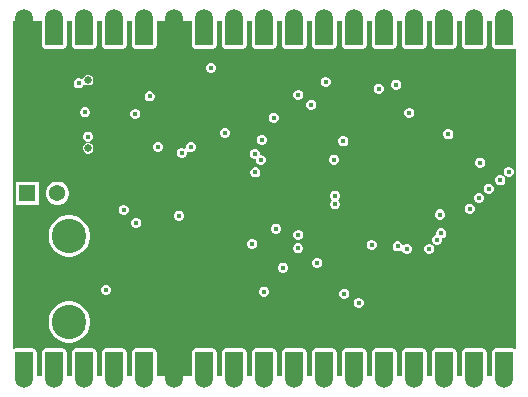
<source format=gbr>
%TF.GenerationSoftware,Altium Limited,Altium Designer,24.10.1 (45)*%
G04 Layer_Physical_Order=2*
G04 Layer_Color=36540*
%FSLAX45Y45*%
%MOMM*%
%TF.SameCoordinates,D2505BA3-E522-476C-ACF0-F4815D070146*%
%TF.FilePolarity,Positive*%
%TF.FileFunction,Copper,L2,Inr,Signal*%
%TF.Part,Single*%
G01*
G75*
%TA.AperFunction,ComponentPad*%
G04:AMPARAMS|DCode=42|XSize=1.8mm|YSize=1mm|CornerRadius=0.25mm|HoleSize=0mm|Usage=FLASHONLY|Rotation=0.000|XOffset=0mm|YOffset=0mm|HoleType=Round|Shape=RoundedRectangle|*
%AMROUNDEDRECTD42*
21,1,1.80000,0.50000,0,0,0.0*
21,1,1.30000,1.00000,0,0,0.0*
1,1,0.50000,0.65000,-0.25000*
1,1,0.50000,-0.65000,-0.25000*
1,1,0.50000,-0.65000,0.25000*
1,1,0.50000,0.65000,0.25000*
%
%ADD42ROUNDEDRECTD42*%
%ADD43O,2.10000X1.00000*%
%ADD44C,0.65000*%
%AMCUSTOMSHAPE45*
4,1,7,0.75000,0.75000,0.75000,0.00000,0.75000,-1.50000,0.75000,-1.50000,-0.75000,-1.50000,-0.75000,0.75000,-0.75000,0.75000,0.75000,0.75000,0.0*%
%ADD45CUSTOMSHAPE45*%

%AMCUSTOMSHAPE46*
4,1,7,-0.75000,-0.75000,-0.75000,0.00000,-0.75000,1.50000,-0.75000,1.50000,0.75000,1.50000,0.75000,-0.75000,0.75000,-0.75000,-0.75000,-0.75000,0.0*%
%ADD46CUSTOMSHAPE46*%

%ADD47C,1.37000*%
%ADD48R,1.37000X1.37000*%
%ADD49C,2.91000*%
%TA.AperFunction,ViaPad*%
%ADD50C,0.45000*%
%ADD51C,1.50000*%
G36*
X4076412Y2900000D02*
Y2825000D01*
X4078741Y2813294D01*
X4085371Y2803371D01*
X4095295Y2796740D01*
X4107000Y2794412D01*
X4257000D01*
X4266909Y2796383D01*
X4271809Y2794467D01*
X4279609Y2788752D01*
Y261248D01*
X4271809Y255533D01*
X4266909Y253617D01*
X4257000Y255588D01*
X4107000D01*
X4095295Y253259D01*
X4085371Y246629D01*
X4078741Y236705D01*
X4076412Y225000D01*
Y20391D01*
X4033588D01*
X4033588Y150000D01*
Y225000D01*
X4031259Y236705D01*
X4024629Y246629D01*
X4014705Y253259D01*
X4003000Y255588D01*
X3853000D01*
X3841295Y253259D01*
X3831371Y246629D01*
X3824741Y236705D01*
X3822412Y225000D01*
Y20391D01*
X3779588D01*
X3779588Y150000D01*
Y225000D01*
X3777259Y236705D01*
X3770629Y246629D01*
X3760705Y253259D01*
X3749000Y255588D01*
X3599000D01*
X3587295Y253259D01*
X3577371Y246629D01*
X3570741Y236705D01*
X3568412Y225000D01*
Y20391D01*
X3525588D01*
X3525588Y150000D01*
Y225000D01*
X3523259Y236705D01*
X3516629Y246629D01*
X3506705Y253259D01*
X3495000Y255588D01*
X3345000D01*
X3333295Y253259D01*
X3323371Y246629D01*
X3316741Y236705D01*
X3314412Y225000D01*
Y20391D01*
X3271588D01*
X3271588Y150000D01*
Y225000D01*
X3269259Y236705D01*
X3262629Y246629D01*
X3252705Y253259D01*
X3241000Y255588D01*
X3091000D01*
X3079295Y253259D01*
X3069371Y246629D01*
X3062741Y236705D01*
X3060412Y225000D01*
Y20391D01*
X3017588D01*
X3017588Y150000D01*
Y225000D01*
X3015259Y236705D01*
X3008629Y246629D01*
X2998705Y253259D01*
X2987000Y255588D01*
X2837000D01*
X2825295Y253259D01*
X2815371Y246629D01*
X2808741Y236705D01*
X2806412Y225000D01*
Y20391D01*
X2763588D01*
X2763588Y150000D01*
Y225000D01*
X2761259Y236705D01*
X2754629Y246629D01*
X2744705Y253259D01*
X2733000Y255588D01*
X2583000D01*
X2571295Y253259D01*
X2561371Y246629D01*
X2554741Y236705D01*
X2552412Y225000D01*
Y20391D01*
X2509588D01*
X2509588Y150000D01*
Y225000D01*
X2507259Y236705D01*
X2500629Y246629D01*
X2490705Y253259D01*
X2479000Y255588D01*
X2329000D01*
X2317295Y253259D01*
X2307371Y246629D01*
X2300741Y236705D01*
X2298412Y225000D01*
Y20391D01*
X2255588D01*
X2255588Y150000D01*
Y225000D01*
X2253259Y236705D01*
X2246629Y246629D01*
X2236705Y253259D01*
X2225000Y255588D01*
X2075000D01*
X2063295Y253259D01*
X2053371Y246629D01*
X2046741Y236705D01*
X2044412Y225000D01*
Y20391D01*
X2001588D01*
X2001588Y150000D01*
Y225000D01*
X1999259Y236705D01*
X1992629Y246629D01*
X1982705Y253259D01*
X1971000Y255588D01*
X1821000D01*
X1809295Y253259D01*
X1799371Y246629D01*
X1792741Y236705D01*
X1790412Y225000D01*
Y20391D01*
X1747588D01*
X1747588Y150000D01*
Y225000D01*
X1745259Y236705D01*
X1738629Y246629D01*
X1728705Y253259D01*
X1717000Y255588D01*
X1567000D01*
X1555295Y253259D01*
X1545371Y246629D01*
X1538741Y236705D01*
X1536412Y225000D01*
Y20391D01*
X1239588D01*
X1239588Y150000D01*
Y225000D01*
X1237259Y236705D01*
X1230629Y246629D01*
X1220705Y253259D01*
X1209000Y255588D01*
X1059000D01*
X1047295Y253259D01*
X1037371Y246629D01*
X1030741Y236705D01*
X1028412Y225000D01*
Y20391D01*
X985588D01*
X985588Y150000D01*
Y225000D01*
X983259Y236705D01*
X976629Y246629D01*
X966705Y253259D01*
X955000Y255588D01*
X805000D01*
X793295Y253259D01*
X783371Y246629D01*
X776741Y236705D01*
X774412Y225000D01*
Y20391D01*
X731588D01*
X731588Y150000D01*
Y225000D01*
X729259Y236705D01*
X722629Y246629D01*
X712705Y253259D01*
X701000Y255588D01*
X551000D01*
X539295Y253259D01*
X529371Y246629D01*
X522741Y236705D01*
X520412Y225000D01*
Y20391D01*
X477588D01*
X477588Y150000D01*
Y225000D01*
X475259Y236705D01*
X468629Y246629D01*
X458705Y253259D01*
X447000Y255588D01*
X297000D01*
X285295Y253259D01*
X275371Y246629D01*
X268741Y236705D01*
X266412Y225000D01*
Y20391D01*
X223588D01*
X223588Y150000D01*
Y225000D01*
X221259Y236705D01*
X214629Y246629D01*
X204705Y253259D01*
X193000Y255588D01*
X43000D01*
X33091Y253617D01*
X28191Y255533D01*
X20391Y261248D01*
Y3029609D01*
X266412D01*
X266412Y2900000D01*
Y2825000D01*
X268741Y2813294D01*
X275371Y2803371D01*
X285295Y2796740D01*
X297000Y2794412D01*
X447000D01*
X458705Y2796740D01*
X468629Y2803371D01*
X475259Y2813294D01*
X477588Y2825000D01*
Y3029609D01*
X520412D01*
X520412Y2900000D01*
Y2825000D01*
X522741Y2813294D01*
X529371Y2803371D01*
X539295Y2796740D01*
X551000Y2794412D01*
X701000D01*
X712705Y2796740D01*
X722629Y2803371D01*
X729259Y2813294D01*
X731588Y2825000D01*
Y3029609D01*
X774412D01*
X774412Y2900000D01*
Y2825000D01*
X776741Y2813294D01*
X783371Y2803371D01*
X793295Y2796740D01*
X805000Y2794412D01*
X955000D01*
X966705Y2796740D01*
X976629Y2803371D01*
X983259Y2813294D01*
X985588Y2825000D01*
Y3029609D01*
X1028412D01*
X1028412Y2900000D01*
Y2825000D01*
X1030741Y2813294D01*
X1037371Y2803371D01*
X1047295Y2796740D01*
X1059000Y2794412D01*
X1209000D01*
X1220705Y2796740D01*
X1230629Y2803371D01*
X1237259Y2813294D01*
X1239588Y2825000D01*
Y3029609D01*
X1536412D01*
X1536412Y2900000D01*
Y2825000D01*
X1538741Y2813294D01*
X1545371Y2803371D01*
X1555295Y2796740D01*
X1567000Y2794412D01*
X1717000D01*
X1728705Y2796740D01*
X1738629Y2803371D01*
X1745259Y2813294D01*
X1747588Y2825000D01*
Y3029609D01*
X1790412D01*
X1790412Y2900000D01*
Y2825000D01*
X1792741Y2813294D01*
X1799371Y2803371D01*
X1809295Y2796740D01*
X1821000Y2794412D01*
X1971000D01*
X1982705Y2796740D01*
X1992629Y2803371D01*
X1999259Y2813294D01*
X2001588Y2825000D01*
Y3029609D01*
X2044412D01*
X2044412Y2900000D01*
Y2825000D01*
X2046741Y2813294D01*
X2053371Y2803371D01*
X2063295Y2796740D01*
X2075000Y2794412D01*
X2225000D01*
X2236705Y2796740D01*
X2246629Y2803371D01*
X2253259Y2813294D01*
X2255588Y2825000D01*
Y3029609D01*
X2298412D01*
X2298412Y2900000D01*
Y2825000D01*
X2300741Y2813294D01*
X2307371Y2803371D01*
X2317295Y2796740D01*
X2329000Y2794412D01*
X2479000D01*
X2490705Y2796740D01*
X2500629Y2803371D01*
X2507259Y2813294D01*
X2509588Y2825000D01*
Y3029609D01*
X2552412D01*
X2552412Y2900000D01*
Y2825000D01*
X2554741Y2813294D01*
X2561371Y2803371D01*
X2571295Y2796740D01*
X2583000Y2794412D01*
X2733000D01*
X2744705Y2796740D01*
X2754629Y2803371D01*
X2761259Y2813294D01*
X2763588Y2825000D01*
Y3029609D01*
X2806412D01*
X2806412Y2900000D01*
Y2825000D01*
X2808741Y2813294D01*
X2815371Y2803371D01*
X2825295Y2796740D01*
X2837000Y2794412D01*
X2987000D01*
X2998705Y2796740D01*
X3008629Y2803371D01*
X3015259Y2813294D01*
X3017588Y2825000D01*
Y3029609D01*
X3060412D01*
X3060412Y2900000D01*
Y2825000D01*
X3062741Y2813294D01*
X3069371Y2803371D01*
X3079295Y2796740D01*
X3091000Y2794412D01*
X3241000D01*
X3252705Y2796740D01*
X3262629Y2803371D01*
X3269259Y2813294D01*
X3271588Y2825000D01*
Y3029609D01*
X3314412D01*
X3314412Y2900000D01*
Y2825000D01*
X3316741Y2813294D01*
X3323371Y2803371D01*
X3333295Y2796740D01*
X3345000Y2794412D01*
X3495000D01*
X3506705Y2796740D01*
X3516629Y2803371D01*
X3523259Y2813294D01*
X3525588Y2825000D01*
Y3029609D01*
X3568412D01*
X3568412Y2900000D01*
Y2825000D01*
X3570741Y2813294D01*
X3577371Y2803371D01*
X3587295Y2796740D01*
X3599000Y2794412D01*
X3749000D01*
X3760705Y2796740D01*
X3770629Y2803371D01*
X3777259Y2813294D01*
X3779588Y2825000D01*
Y3029609D01*
X3822412D01*
X3822412Y2900000D01*
Y2825000D01*
X3824741Y2813294D01*
X3831371Y2803371D01*
X3841295Y2796740D01*
X3853000Y2794412D01*
X4003000D01*
X4014705Y2796740D01*
X4024629Y2803371D01*
X4031259Y2813294D01*
X4033588Y2825000D01*
Y3029609D01*
X4076412D01*
X4076412Y2900000D01*
D02*
G37*
%LPC*%
G36*
X1708454Y2672500D02*
X1691546D01*
X1675926Y2666030D01*
X1663970Y2654074D01*
X1657500Y2638454D01*
Y2621546D01*
X1663970Y2605926D01*
X1675926Y2593970D01*
X1691546Y2587500D01*
X1708454D01*
X1724074Y2593970D01*
X1736030Y2605926D01*
X1742500Y2621546D01*
Y2638454D01*
X1736030Y2654074D01*
X1724074Y2666030D01*
X1708454Y2672500D01*
D02*
G37*
G36*
X668852Y2572500D02*
X651148D01*
X634793Y2565725D01*
X622275Y2553207D01*
X617173Y2540891D01*
X605675Y2536624D01*
X602800Y2536558D01*
X588454Y2542500D01*
X571546D01*
X555926Y2536030D01*
X543970Y2524074D01*
X537500Y2508454D01*
Y2491546D01*
X543970Y2475926D01*
X555926Y2463970D01*
X571546Y2457500D01*
X588454D01*
X604074Y2463970D01*
X616030Y2475926D01*
X620467Y2486639D01*
X634233Y2490834D01*
X634793Y2490274D01*
X651148Y2483500D01*
X668852D01*
X685207Y2490274D01*
X697725Y2502793D01*
X704500Y2519148D01*
Y2536851D01*
X697725Y2553207D01*
X685207Y2565725D01*
X668852Y2572500D01*
D02*
G37*
G36*
X2678454Y2552900D02*
X2661546D01*
X2645926Y2546430D01*
X2633970Y2534474D01*
X2627500Y2518854D01*
Y2501946D01*
X2633970Y2486326D01*
X2645926Y2474370D01*
X2661546Y2467900D01*
X2678454D01*
X2694074Y2474370D01*
X2706030Y2486326D01*
X2712500Y2501946D01*
Y2518854D01*
X2706030Y2534474D01*
X2694074Y2546430D01*
X2678454Y2552900D01*
D02*
G37*
G36*
X3277254Y2532500D02*
X3260346D01*
X3244726Y2526030D01*
X3232770Y2514074D01*
X3226300Y2498454D01*
Y2481546D01*
X3232770Y2465926D01*
X3244726Y2453970D01*
X3260346Y2447500D01*
X3277254D01*
X3292874Y2453970D01*
X3304830Y2465926D01*
X3311300Y2481546D01*
Y2498454D01*
X3304830Y2514074D01*
X3292874Y2526030D01*
X3277254Y2532500D01*
D02*
G37*
G36*
X3127734Y2497700D02*
X3110827D01*
X3095206Y2491230D01*
X3083251Y2479274D01*
X3076781Y2463654D01*
Y2446746D01*
X3083251Y2431126D01*
X3095206Y2419170D01*
X3110827Y2412700D01*
X3127734D01*
X3143355Y2419170D01*
X3155310Y2431126D01*
X3161780Y2446746D01*
Y2463654D01*
X3155310Y2479274D01*
X3143355Y2491230D01*
X3127734Y2497700D01*
D02*
G37*
G36*
X2448454Y2442500D02*
X2431546D01*
X2415926Y2436030D01*
X2403970Y2424074D01*
X2397500Y2408454D01*
Y2391546D01*
X2403970Y2375926D01*
X2415926Y2363970D01*
X2431546Y2357500D01*
X2448454D01*
X2464074Y2363970D01*
X2476030Y2375926D01*
X2482500Y2391546D01*
Y2408454D01*
X2476030Y2424074D01*
X2464074Y2436030D01*
X2448454Y2442500D01*
D02*
G37*
G36*
X1188454Y2432500D02*
X1171546D01*
X1155926Y2426030D01*
X1143970Y2414074D01*
X1137500Y2398454D01*
Y2381546D01*
X1143970Y2365926D01*
X1155926Y2353970D01*
X1171546Y2347500D01*
X1188454D01*
X1204074Y2353970D01*
X1216030Y2365926D01*
X1222500Y2381546D01*
Y2398454D01*
X1216030Y2414074D01*
X1204074Y2426030D01*
X1188454Y2432500D01*
D02*
G37*
G36*
X2558454Y2362500D02*
X2541546D01*
X2525926Y2356030D01*
X2513970Y2344074D01*
X2507500Y2328454D01*
Y2311546D01*
X2513970Y2295926D01*
X2525926Y2283970D01*
X2541546Y2277500D01*
X2558454D01*
X2574074Y2283970D01*
X2586030Y2295926D01*
X2592500Y2311546D01*
Y2328454D01*
X2586030Y2344074D01*
X2574074Y2356030D01*
X2558454Y2362500D01*
D02*
G37*
G36*
X640553Y2297500D02*
X623646D01*
X608026Y2291030D01*
X596070Y2279074D01*
X589600Y2263454D01*
Y2246546D01*
X596070Y2230926D01*
X608026Y2218970D01*
X623646Y2212500D01*
X640553D01*
X656174Y2218970D01*
X668129Y2230926D01*
X674600Y2246546D01*
Y2263454D01*
X668129Y2279074D01*
X656174Y2291030D01*
X640553Y2297500D01*
D02*
G37*
G36*
X3388454Y2292500D02*
X3371546D01*
X3355926Y2286030D01*
X3343970Y2274074D01*
X3337500Y2258454D01*
Y2241546D01*
X3343970Y2225926D01*
X3355926Y2213970D01*
X3371546Y2207500D01*
X3388454D01*
X3404074Y2213970D01*
X3416030Y2225926D01*
X3422500Y2241546D01*
Y2258454D01*
X3416030Y2274074D01*
X3404074Y2286030D01*
X3388454Y2292500D01*
D02*
G37*
G36*
X1068454Y2282500D02*
X1051546D01*
X1035926Y2276030D01*
X1023970Y2264074D01*
X1017500Y2248454D01*
Y2231546D01*
X1023970Y2215926D01*
X1035926Y2203970D01*
X1051546Y2197500D01*
X1068454D01*
X1084074Y2203970D01*
X1096030Y2215926D01*
X1102500Y2231546D01*
Y2248454D01*
X1096030Y2264074D01*
X1084074Y2276030D01*
X1068454Y2282500D01*
D02*
G37*
G36*
X2238454Y2252500D02*
X2221546D01*
X2205926Y2246030D01*
X2193970Y2234074D01*
X2187500Y2218454D01*
Y2201546D01*
X2193970Y2185926D01*
X2205926Y2173970D01*
X2221546Y2167500D01*
X2238454D01*
X2254074Y2173970D01*
X2266030Y2185926D01*
X2272500Y2201546D01*
Y2218454D01*
X2266030Y2234074D01*
X2254074Y2246030D01*
X2238454Y2252500D01*
D02*
G37*
G36*
X1828454Y2122500D02*
X1811546D01*
X1795926Y2116030D01*
X1783970Y2104074D01*
X1777500Y2088454D01*
Y2071546D01*
X1783970Y2055926D01*
X1795926Y2043970D01*
X1811546Y2037500D01*
X1828454D01*
X1844074Y2043970D01*
X1856030Y2055926D01*
X1862500Y2071546D01*
Y2088454D01*
X1856030Y2104074D01*
X1844074Y2116030D01*
X1828454Y2122500D01*
D02*
G37*
G36*
X3717954Y2111700D02*
X3701046D01*
X3685426Y2105229D01*
X3673470Y2093274D01*
X3667000Y2077653D01*
Y2060746D01*
X3673470Y2045126D01*
X3685426Y2033170D01*
X3701046Y2026700D01*
X3717954D01*
X3733574Y2033170D01*
X3745530Y2045126D01*
X3752000Y2060746D01*
Y2077653D01*
X3745530Y2093274D01*
X3733574Y2105229D01*
X3717954Y2111700D01*
D02*
G37*
G36*
X668454Y2092500D02*
X651546D01*
X635926Y2086030D01*
X623970Y2074074D01*
X617500Y2058454D01*
Y2041546D01*
X623970Y2025926D01*
X635926Y2013970D01*
X651546Y2007500D01*
X668454D01*
X684074Y2013970D01*
X696030Y2025926D01*
X702500Y2041546D01*
Y2058454D01*
X696030Y2074074D01*
X684074Y2086030D01*
X668454Y2092500D01*
D02*
G37*
G36*
X2138454Y2062500D02*
X2121546D01*
X2105926Y2056030D01*
X2093970Y2044074D01*
X2087500Y2028454D01*
Y2011546D01*
X2093970Y1995926D01*
X2105926Y1983970D01*
X2121546Y1977500D01*
X2138454D01*
X2154074Y1983970D01*
X2166030Y1995926D01*
X2172500Y2011546D01*
Y2028454D01*
X2166030Y2044074D01*
X2154074Y2056030D01*
X2138454Y2062500D01*
D02*
G37*
G36*
X2828454Y2052500D02*
X2811546D01*
X2795926Y2046030D01*
X2783970Y2034074D01*
X2777500Y2018454D01*
Y2001546D01*
X2783970Y1985926D01*
X2795926Y1973970D01*
X2811546Y1967500D01*
X2828454D01*
X2844074Y1973970D01*
X2856030Y1985926D01*
X2862500Y2001546D01*
Y2018454D01*
X2856030Y2034074D01*
X2844074Y2046030D01*
X2828454Y2052500D01*
D02*
G37*
G36*
X1538454Y2002500D02*
X1521546D01*
X1505926Y1996030D01*
X1493970Y1984074D01*
X1487500Y1968454D01*
Y1955564D01*
X1479742Y1950569D01*
X1476409Y1949011D01*
X1475767Y1948864D01*
X1460954Y1955000D01*
X1444046D01*
X1428426Y1948530D01*
X1416470Y1936574D01*
X1410000Y1920954D01*
Y1904046D01*
X1416470Y1888426D01*
X1428426Y1876470D01*
X1444046Y1870000D01*
X1460954D01*
X1476574Y1876470D01*
X1488530Y1888426D01*
X1495000Y1904046D01*
Y1916936D01*
X1502758Y1921931D01*
X1506091Y1923489D01*
X1506733Y1923636D01*
X1521546Y1917500D01*
X1538454D01*
X1554074Y1923970D01*
X1566030Y1935926D01*
X1572500Y1951546D01*
Y1968454D01*
X1566030Y1984074D01*
X1554074Y1996030D01*
X1538454Y2002500D01*
D02*
G37*
G36*
X1258454D02*
X1241546D01*
X1225926Y1996030D01*
X1213970Y1984074D01*
X1207500Y1968454D01*
Y1951546D01*
X1213970Y1935926D01*
X1225926Y1923970D01*
X1241546Y1917500D01*
X1258454D01*
X1274074Y1923970D01*
X1286030Y1935926D01*
X1292500Y1951546D01*
Y1968454D01*
X1286030Y1984074D01*
X1274074Y1996030D01*
X1258454Y2002500D01*
D02*
G37*
G36*
X668852Y1994500D02*
X651148D01*
X634793Y1987725D01*
X622275Y1975207D01*
X615500Y1958852D01*
Y1941148D01*
X622275Y1924793D01*
X634793Y1912275D01*
X651148Y1905500D01*
X668852D01*
X685207Y1912275D01*
X697725Y1924793D01*
X704500Y1941148D01*
Y1958852D01*
X697725Y1975207D01*
X685207Y1987725D01*
X668852Y1994500D01*
D02*
G37*
G36*
X2750552Y1897700D02*
X2733644D01*
X2718024Y1891230D01*
X2706068Y1879274D01*
X2699598Y1863654D01*
Y1846746D01*
X2706068Y1831126D01*
X2718024Y1819170D01*
X2733644Y1812700D01*
X2750552D01*
X2766172Y1819170D01*
X2778128Y1831126D01*
X2784598Y1846746D01*
Y1863654D01*
X2778128Y1879274D01*
X2766172Y1891230D01*
X2750552Y1897700D01*
D02*
G37*
G36*
X2078651Y1942955D02*
X2061744D01*
X2046123Y1936485D01*
X2034168Y1924530D01*
X2027697Y1908909D01*
Y1892002D01*
X2034168Y1876382D01*
X2046123Y1864426D01*
X2061744Y1857956D01*
X2077500D01*
Y1844046D01*
X2083970Y1828426D01*
X2095926Y1816470D01*
X2111546Y1810000D01*
X2128454D01*
X2144074Y1816470D01*
X2156030Y1828426D01*
X2162500Y1844046D01*
Y1860954D01*
X2156030Y1876574D01*
X2144074Y1888530D01*
X2128454Y1895000D01*
X2112697D01*
Y1908909D01*
X2106227Y1924530D01*
X2094271Y1936485D01*
X2078651Y1942955D01*
D02*
G37*
G36*
X3988454Y1872500D02*
X3971546D01*
X3955926Y1866030D01*
X3943970Y1854074D01*
X3937500Y1838454D01*
Y1821546D01*
X3943970Y1805926D01*
X3955926Y1793970D01*
X3971546Y1787500D01*
X3988454D01*
X4004074Y1793970D01*
X4016030Y1805926D01*
X4022500Y1821546D01*
Y1838454D01*
X4016030Y1854074D01*
X4004074Y1866030D01*
X3988454Y1872500D01*
D02*
G37*
G36*
X4228454Y1792500D02*
X4211546D01*
X4195926Y1786030D01*
X4183970Y1774074D01*
X4177500Y1758454D01*
Y1741546D01*
X4183970Y1725926D01*
X4195926Y1713970D01*
X4211546Y1707500D01*
X4228454D01*
X4244074Y1713970D01*
X4256030Y1725926D01*
X4262500Y1741546D01*
Y1758454D01*
X4256030Y1774074D01*
X4244074Y1786030D01*
X4228454Y1792500D01*
D02*
G37*
G36*
X2084779Y1788672D02*
X2067872D01*
X2052251Y1782202D01*
X2040296Y1770247D01*
X2033825Y1754626D01*
Y1737719D01*
X2040296Y1722098D01*
X2052251Y1710143D01*
X2067872Y1703673D01*
X2084779D01*
X2100399Y1710143D01*
X2112355Y1722098D01*
X2118825Y1737719D01*
Y1754626D01*
X2112355Y1770247D01*
X2100399Y1782202D01*
X2084779Y1788672D01*
D02*
G37*
G36*
X4158454Y1722500D02*
X4141546D01*
X4125926Y1716030D01*
X4113970Y1704074D01*
X4107500Y1688454D01*
Y1671546D01*
X4113970Y1655926D01*
X4125926Y1643970D01*
X4141546Y1637500D01*
X4158454D01*
X4174074Y1643970D01*
X4186030Y1655926D01*
X4192500Y1671546D01*
Y1688454D01*
X4186030Y1704074D01*
X4174074Y1716030D01*
X4158454Y1722500D01*
D02*
G37*
G36*
X4058454Y1652500D02*
X4041546D01*
X4025926Y1646030D01*
X4013970Y1634074D01*
X4007500Y1618454D01*
Y1601546D01*
X4013970Y1585926D01*
X4025926Y1573970D01*
X4041546Y1567500D01*
X4058454D01*
X4074074Y1573970D01*
X4086030Y1585926D01*
X4092500Y1601546D01*
Y1618454D01*
X4086030Y1634074D01*
X4074074Y1646030D01*
X4058454Y1652500D01*
D02*
G37*
G36*
X3978454Y1572500D02*
X3961546D01*
X3945926Y1566030D01*
X3933970Y1554074D01*
X3927500Y1538454D01*
Y1521546D01*
X3933970Y1505926D01*
X3945926Y1493970D01*
X3961546Y1487500D01*
X3978454D01*
X3994074Y1493970D01*
X4006030Y1505926D01*
X4012500Y1521546D01*
Y1538454D01*
X4006030Y1554074D01*
X3994074Y1566030D01*
X3978454Y1572500D01*
D02*
G37*
G36*
X412968Y1668500D02*
X387032D01*
X361980Y1661787D01*
X339520Y1648819D01*
X321180Y1630480D01*
X308213Y1608019D01*
X301500Y1582968D01*
Y1557032D01*
X308213Y1531980D01*
X321180Y1509519D01*
X339520Y1491180D01*
X361980Y1478213D01*
X387032Y1471500D01*
X412968D01*
X438019Y1478213D01*
X460480Y1491180D01*
X478819Y1509519D01*
X491787Y1531980D01*
X498500Y1557032D01*
Y1582968D01*
X491787Y1608019D01*
X478819Y1630480D01*
X460480Y1648819D01*
X438019Y1661787D01*
X412968Y1668500D01*
D02*
G37*
G36*
X244500D02*
X47500D01*
Y1471500D01*
X244500D01*
Y1668500D01*
D02*
G37*
G36*
X2758454Y1592500D02*
X2741546D01*
X2725926Y1586030D01*
X2713970Y1574074D01*
X2707500Y1558454D01*
Y1541546D01*
X2713970Y1525926D01*
X2719099Y1520797D01*
X2724898Y1512500D01*
X2719099Y1504203D01*
X2713970Y1499074D01*
X2707500Y1483454D01*
Y1466546D01*
X2713970Y1450926D01*
X2725926Y1438970D01*
X2741546Y1432500D01*
X2758454D01*
X2774074Y1438970D01*
X2786030Y1450926D01*
X2792500Y1466546D01*
Y1483454D01*
X2786030Y1499074D01*
X2780901Y1504203D01*
X2775102Y1512500D01*
X2780901Y1520797D01*
X2786030Y1525926D01*
X2792500Y1541546D01*
Y1558454D01*
X2786030Y1574074D01*
X2774074Y1586030D01*
X2758454Y1592500D01*
D02*
G37*
G36*
X3898454Y1482500D02*
X3881546D01*
X3865926Y1476030D01*
X3853970Y1464074D01*
X3847500Y1448454D01*
Y1431546D01*
X3853970Y1415926D01*
X3865926Y1403970D01*
X3881546Y1397500D01*
X3898454D01*
X3914074Y1403970D01*
X3926030Y1415926D01*
X3932500Y1431546D01*
Y1448454D01*
X3926030Y1464074D01*
X3914074Y1476030D01*
X3898454Y1482500D01*
D02*
G37*
G36*
X968160Y1468892D02*
X951252D01*
X935632Y1462422D01*
X923676Y1450467D01*
X917206Y1434846D01*
Y1417939D01*
X923676Y1402319D01*
X935632Y1390363D01*
X951252Y1383893D01*
X968160D01*
X983780Y1390363D01*
X995736Y1402319D01*
X1002206Y1417939D01*
Y1434846D01*
X995736Y1450467D01*
X983780Y1462422D01*
X968160Y1468892D01*
D02*
G37*
G36*
X3648454Y1432500D02*
X3631546D01*
X3615926Y1426030D01*
X3603970Y1414074D01*
X3597500Y1398454D01*
Y1381546D01*
X3603970Y1365926D01*
X3615926Y1353970D01*
X3631546Y1347500D01*
X3648454D01*
X3664074Y1353970D01*
X3676030Y1365926D01*
X3682500Y1381546D01*
Y1398454D01*
X3676030Y1414074D01*
X3664074Y1426030D01*
X3648454Y1432500D01*
D02*
G37*
G36*
X1438454Y1422500D02*
X1421546D01*
X1405926Y1416030D01*
X1393970Y1404074D01*
X1387500Y1388454D01*
Y1371546D01*
X1393970Y1355926D01*
X1405926Y1343970D01*
X1421546Y1337500D01*
X1438454D01*
X1454074Y1343970D01*
X1466030Y1355926D01*
X1472500Y1371546D01*
Y1388454D01*
X1466030Y1404074D01*
X1454074Y1416030D01*
X1438454Y1422500D01*
D02*
G37*
G36*
X1075954Y1360000D02*
X1059046D01*
X1043426Y1353530D01*
X1031470Y1341574D01*
X1025000Y1325954D01*
Y1309046D01*
X1031470Y1293426D01*
X1043426Y1281470D01*
X1059046Y1275000D01*
X1075954D01*
X1091574Y1281470D01*
X1103530Y1293426D01*
X1110000Y1309046D01*
Y1325954D01*
X1103530Y1341574D01*
X1091574Y1353530D01*
X1075954Y1360000D01*
D02*
G37*
G36*
X2258454Y1312500D02*
X2241546D01*
X2225926Y1306030D01*
X2213970Y1294074D01*
X2207500Y1278454D01*
Y1261546D01*
X2213970Y1245926D01*
X2225926Y1233970D01*
X2241546Y1227500D01*
X2258454D01*
X2274074Y1233970D01*
X2286030Y1245926D01*
X2292500Y1261546D01*
Y1278454D01*
X2286030Y1294074D01*
X2274074Y1306030D01*
X2258454Y1312500D01*
D02*
G37*
G36*
X2448454Y1257300D02*
X2431546D01*
X2415926Y1250830D01*
X2403970Y1238874D01*
X2397500Y1223254D01*
Y1206346D01*
X2403970Y1190726D01*
X2415926Y1178770D01*
X2431546Y1172300D01*
X2448454D01*
X2464074Y1178770D01*
X2476030Y1190726D01*
X2482500Y1206346D01*
Y1223254D01*
X2476030Y1238874D01*
X2464074Y1250830D01*
X2448454Y1257300D01*
D02*
G37*
G36*
X3658454Y1272500D02*
X3641546D01*
X3625926Y1266030D01*
X3613970Y1254074D01*
X3607500Y1238454D01*
Y1221547D01*
X3605008Y1217817D01*
X3604576D01*
X3588956Y1211347D01*
X3577000Y1199392D01*
X3570530Y1183771D01*
Y1166864D01*
X3577000Y1151243D01*
X3588956Y1139288D01*
X3604576Y1132818D01*
X3621483D01*
X3637104Y1139288D01*
X3649060Y1151243D01*
X3655530Y1166864D01*
Y1183771D01*
X3658022Y1187500D01*
X3658454D01*
X3674074Y1193970D01*
X3686030Y1205926D01*
X3692500Y1221546D01*
Y1238454D01*
X3686030Y1254074D01*
X3674074Y1266030D01*
X3658454Y1272500D01*
D02*
G37*
G36*
X2058454Y1182500D02*
X2041546D01*
X2025926Y1176030D01*
X2013970Y1164074D01*
X2007500Y1148454D01*
Y1131546D01*
X2013970Y1115926D01*
X2025926Y1103970D01*
X2041546Y1097500D01*
X2058454D01*
X2074074Y1103970D01*
X2086030Y1115926D01*
X2092500Y1131546D01*
Y1148454D01*
X2086030Y1164074D01*
X2074074Y1176030D01*
X2058454Y1182500D01*
D02*
G37*
G36*
X3068454Y1172500D02*
X3051546D01*
X3035926Y1166030D01*
X3023970Y1154074D01*
X3017500Y1138454D01*
Y1121546D01*
X3023970Y1105926D01*
X3035926Y1093970D01*
X3051546Y1087500D01*
X3068454D01*
X3084074Y1093970D01*
X3096030Y1105926D01*
X3102500Y1121546D01*
Y1138454D01*
X3096030Y1154074D01*
X3084074Y1166030D01*
X3068454Y1172500D01*
D02*
G37*
G36*
X2446854Y1145486D02*
X2429946D01*
X2414326Y1139016D01*
X2402370Y1127060D01*
X2395900Y1111440D01*
Y1094532D01*
X2402370Y1078912D01*
X2414326Y1066956D01*
X2429946Y1060486D01*
X2446854D01*
X2462474Y1066956D01*
X2474430Y1078912D01*
X2480900Y1094532D01*
Y1111440D01*
X2474430Y1127060D01*
X2462474Y1139016D01*
X2446854Y1145486D01*
D02*
G37*
G36*
X3558454Y1142500D02*
X3541546D01*
X3525926Y1136030D01*
X3513970Y1124074D01*
X3507500Y1108454D01*
Y1091546D01*
X3513970Y1075926D01*
X3525926Y1063970D01*
X3541546Y1057500D01*
X3558454D01*
X3574074Y1063970D01*
X3586030Y1075926D01*
X3592500Y1091546D01*
Y1108454D01*
X3586030Y1124074D01*
X3574074Y1136030D01*
X3558454Y1142500D01*
D02*
G37*
G36*
X3288454Y1162500D02*
X3271546D01*
X3255926Y1156030D01*
X3243970Y1144074D01*
X3237500Y1128454D01*
Y1111546D01*
X3243970Y1095926D01*
X3255926Y1083970D01*
X3271546Y1077500D01*
X3288454D01*
X3304074Y1083970D01*
X3305618Y1085514D01*
X3306049Y1085586D01*
X3319859Y1081794D01*
X3323970Y1071868D01*
X3335926Y1059912D01*
X3351546Y1053442D01*
X3368454D01*
X3384074Y1059912D01*
X3396030Y1071868D01*
X3402500Y1087488D01*
Y1104396D01*
X3396030Y1120016D01*
X3384074Y1131972D01*
X3368454Y1138442D01*
X3351546D01*
X3335926Y1131972D01*
X3334382Y1130428D01*
X3333951Y1130356D01*
X3320141Y1134148D01*
X3316030Y1144074D01*
X3304074Y1156030D01*
X3288454Y1162500D01*
D02*
G37*
G36*
X517285Y1385500D02*
X482715D01*
X448809Y1378755D01*
X416870Y1365526D01*
X388125Y1346320D01*
X363681Y1321875D01*
X344474Y1293131D01*
X331245Y1261192D01*
X324500Y1227285D01*
Y1192715D01*
X331245Y1158809D01*
X344474Y1126870D01*
X363681Y1098126D01*
X388125Y1073681D01*
X416870Y1054474D01*
X448809Y1041245D01*
X482715Y1034500D01*
X517285D01*
X551191Y1041245D01*
X583130Y1054474D01*
X611875Y1073681D01*
X636320Y1098126D01*
X655526Y1126870D01*
X668755Y1158809D01*
X675500Y1192715D01*
Y1227285D01*
X668755Y1261192D01*
X655526Y1293131D01*
X636320Y1321875D01*
X611875Y1346320D01*
X583130Y1365526D01*
X551191Y1378755D01*
X517285Y1385500D01*
D02*
G37*
G36*
X2608454Y1022500D02*
X2591546D01*
X2575926Y1016030D01*
X2563970Y1004074D01*
X2557500Y988454D01*
Y971546D01*
X2563970Y955926D01*
X2575926Y943970D01*
X2591546Y937500D01*
X2608454D01*
X2624074Y943970D01*
X2636030Y955926D01*
X2642500Y971546D01*
Y988454D01*
X2636030Y1004074D01*
X2624074Y1016030D01*
X2608454Y1022500D01*
D02*
G37*
G36*
X2319854Y982300D02*
X2302946D01*
X2287326Y975830D01*
X2275370Y963874D01*
X2268900Y948254D01*
Y931346D01*
X2275370Y915726D01*
X2287326Y903770D01*
X2302946Y897300D01*
X2319854D01*
X2335474Y903770D01*
X2347430Y915726D01*
X2353900Y931346D01*
Y948254D01*
X2347430Y963874D01*
X2335474Y975830D01*
X2319854Y982300D01*
D02*
G37*
G36*
X818454Y792500D02*
X801546D01*
X785926Y786030D01*
X773970Y774074D01*
X767500Y758454D01*
Y741546D01*
X773970Y725926D01*
X785926Y713970D01*
X801546Y707500D01*
X818454D01*
X834074Y713970D01*
X846030Y725926D01*
X852500Y741546D01*
Y758454D01*
X846030Y774074D01*
X834074Y786030D01*
X818454Y792500D01*
D02*
G37*
G36*
X2158454Y780000D02*
X2141546D01*
X2125926Y773530D01*
X2113970Y761574D01*
X2107500Y745954D01*
Y729047D01*
X2113970Y713426D01*
X2125926Y701471D01*
X2141546Y695000D01*
X2158454D01*
X2174074Y701471D01*
X2186030Y713426D01*
X2192500Y729047D01*
Y745954D01*
X2186030Y761574D01*
X2174074Y773530D01*
X2158454Y780000D01*
D02*
G37*
G36*
X2838454Y762500D02*
X2821546D01*
X2805926Y756030D01*
X2793970Y744074D01*
X2787500Y728454D01*
Y711546D01*
X2793970Y695926D01*
X2805926Y683970D01*
X2821546Y677500D01*
X2838454D01*
X2854074Y683970D01*
X2866030Y695926D01*
X2872500Y711546D01*
Y728454D01*
X2866030Y744074D01*
X2854074Y756030D01*
X2838454Y762500D01*
D02*
G37*
G36*
X2958454Y682500D02*
X2941546D01*
X2925926Y676030D01*
X2913970Y664074D01*
X2907500Y648454D01*
Y631546D01*
X2913970Y615926D01*
X2925926Y603970D01*
X2941546Y597500D01*
X2958454D01*
X2974074Y603970D01*
X2986030Y615926D01*
X2992500Y631546D01*
Y648454D01*
X2986030Y664074D01*
X2974074Y676030D01*
X2958454Y682500D01*
D02*
G37*
G36*
X517285Y655500D02*
X482715D01*
X448809Y648755D01*
X416870Y635526D01*
X388125Y616320D01*
X363681Y591875D01*
X344474Y563130D01*
X331245Y531191D01*
X324500Y497285D01*
Y462715D01*
X331245Y428809D01*
X344474Y396870D01*
X363681Y368126D01*
X388125Y343681D01*
X416870Y324474D01*
X448809Y311245D01*
X482715Y304500D01*
X517285D01*
X551191Y311245D01*
X583130Y324474D01*
X611875Y343681D01*
X636320Y368126D01*
X655526Y396870D01*
X668755Y428809D01*
X675500Y462715D01*
Y497285D01*
X668755Y531191D01*
X655526Y563130D01*
X636320Y591875D01*
X611875Y616320D01*
X583130Y635526D01*
X551191Y648755D01*
X517285Y655500D01*
D02*
G37*
%LPD*%
D42*
X292000Y2671000D02*
D03*
Y1807000D02*
D03*
D43*
X710000Y2671000D02*
D03*
Y1807000D02*
D03*
D44*
X660000Y1950000D02*
D03*
Y2528000D02*
D03*
D45*
X118000Y150000D02*
D03*
X372000D02*
D03*
X626000D02*
D03*
X880000D02*
D03*
X1134000D02*
D03*
X1388000D02*
D03*
X1642000D02*
D03*
X1896000D02*
D03*
X2150000D02*
D03*
X2404000D02*
D03*
X2658000D02*
D03*
X2912000D02*
D03*
X3166000D02*
D03*
X3420000D02*
D03*
X3674000D02*
D03*
X4182000D02*
D03*
X3928000D02*
D03*
D46*
X4182000Y2900000D02*
D03*
X3928000D02*
D03*
X3674000D02*
D03*
X3420000D02*
D03*
X3166000D02*
D03*
X2912000D02*
D03*
X2658000D02*
D03*
X2404000D02*
D03*
X2150000D02*
D03*
X1896000D02*
D03*
X1642000D02*
D03*
X1388000D02*
D03*
X1134000D02*
D03*
X880000D02*
D03*
X626000D02*
D03*
X118000D02*
D03*
X372000D02*
D03*
D47*
X400000Y1570000D02*
D03*
D48*
X146000D02*
D03*
D49*
X500000Y1210000D02*
D03*
Y480000D02*
D03*
D50*
X1067500Y1317500D02*
D03*
X2800000Y2300000D02*
D03*
X1452500Y1912500D02*
D03*
Y1615000D02*
D03*
X3062500Y2360000D02*
D03*
X3380000Y2250000D02*
D03*
X3360000Y1095942D02*
D03*
X3280000Y1120000D02*
D03*
X3540000Y590000D02*
D03*
X3804032Y675968D02*
D03*
X3980000Y1830000D02*
D03*
X4220000Y1750000D02*
D03*
X4150000Y1680000D02*
D03*
X4050000Y1610000D02*
D03*
X3970000Y1530000D02*
D03*
X3890000Y1440000D02*
D03*
X3650000Y1230000D02*
D03*
X3820000Y1130000D02*
D03*
X3570000Y2340000D02*
D03*
X3268800Y2490000D02*
D03*
X3119281Y2455200D02*
D03*
X2670000Y2510400D02*
D03*
X2440000Y2400000D02*
D03*
X2550000Y2320000D02*
D03*
X810000Y750000D02*
D03*
X660000Y2050000D02*
D03*
X1700000Y2630000D02*
D03*
X2130000Y2020000D02*
D03*
X1900000Y2160000D02*
D03*
X2742098Y1855200D02*
D03*
X2510000Y2010000D02*
D03*
X2650000Y1260000D02*
D03*
X3640000Y1390000D02*
D03*
X3030000Y820000D02*
D03*
X3060000Y1130000D02*
D03*
X1250000Y1960000D02*
D03*
X1530000D02*
D03*
X1820000Y2080000D02*
D03*
X959706Y1426393D02*
D03*
X1845000Y1745000D02*
D03*
X1735000D02*
D03*
X1845000Y1855000D02*
D03*
X1735000D02*
D03*
X1070000Y1770000D02*
D03*
X890000Y1780000D02*
D03*
X1425000Y2205000D02*
D03*
Y2105000D02*
D03*
X1325000Y2205000D02*
D03*
Y2105000D02*
D03*
X2530000Y1570000D02*
D03*
X1186334Y2493330D02*
D03*
X2076325Y1746173D02*
D03*
X2120000Y1852500D02*
D03*
X2070197Y1900456D02*
D03*
X632100Y2255000D02*
D03*
X800000Y980000D02*
D03*
X2230000Y1195200D02*
D03*
X1780000Y1390000D02*
D03*
X1430000Y1380000D02*
D03*
X2440000Y1214800D02*
D03*
X2230000Y2210000D02*
D03*
X2750000Y1550000D02*
D03*
X2050000Y1030000D02*
D03*
X2438400Y1102986D02*
D03*
X2311400Y939800D02*
D03*
X2250000Y1270000D02*
D03*
X1060000Y2240000D02*
D03*
X960000Y2100000D02*
D03*
X1180000Y2390000D02*
D03*
X2830000Y720000D02*
D03*
X2630000Y800000D02*
D03*
X3709500Y2069200D02*
D03*
X580000Y2500000D02*
D03*
X3375968Y924032D02*
D03*
X2150000Y737500D02*
D03*
X3550000Y1100000D02*
D03*
X3613030Y1175317D02*
D03*
X2750000Y1475000D02*
D03*
X2950000Y640000D02*
D03*
X2050000Y1140000D02*
D03*
X2820000Y2010000D02*
D03*
X3430759Y1375100D02*
D03*
X3320760Y1375100D02*
D03*
X3210760Y1375101D02*
D03*
X3100760Y1375100D02*
D03*
X2990760Y1375101D02*
D03*
X3430760Y1485100D02*
D03*
X3320759Y1485100D02*
D03*
X3210760Y1485100D02*
D03*
X3100760Y1485101D02*
D03*
X2990760Y1485100D02*
D03*
X3430759Y1595100D02*
D03*
X3320760Y1595100D02*
D03*
X3210760D02*
D03*
X3100760D02*
D03*
X2990760Y1595100D02*
D03*
X3430760Y1705100D02*
D03*
X3320760D02*
D03*
X3210760D02*
D03*
X3100760Y1705100D02*
D03*
X2990760Y1705100D02*
D03*
X3430760Y1815100D02*
D03*
X3320760D02*
D03*
X3210760Y1815100D02*
D03*
X3100760Y1815100D02*
D03*
X2990760D02*
D03*
X1168400Y1905000D02*
D03*
X2600000Y980000D02*
D03*
D51*
X118000Y0D02*
D03*
X372000D02*
D03*
X626000D02*
D03*
X880000D02*
D03*
X1134000D02*
D03*
X1388000D02*
D03*
X1642000D02*
D03*
X1896000D02*
D03*
X2150000D02*
D03*
X2404000D02*
D03*
X2658000D02*
D03*
X2912000D02*
D03*
X3166000D02*
D03*
X3420000D02*
D03*
X3674000D02*
D03*
X4182000D02*
D03*
X3928000D02*
D03*
X4182000Y3050000D02*
D03*
X3928000D02*
D03*
X3674000D02*
D03*
X3420000D02*
D03*
X3166000D02*
D03*
X2912000D02*
D03*
X2658000D02*
D03*
X2404000D02*
D03*
X2150000D02*
D03*
X1896000D02*
D03*
X1642000D02*
D03*
X1388000D02*
D03*
X1134000D02*
D03*
X880000D02*
D03*
X626000D02*
D03*
X118000D02*
D03*
X372000D02*
D03*
%TF.MD5,ee148568c75768c87507ab0677b08c8e*%
M02*

</source>
